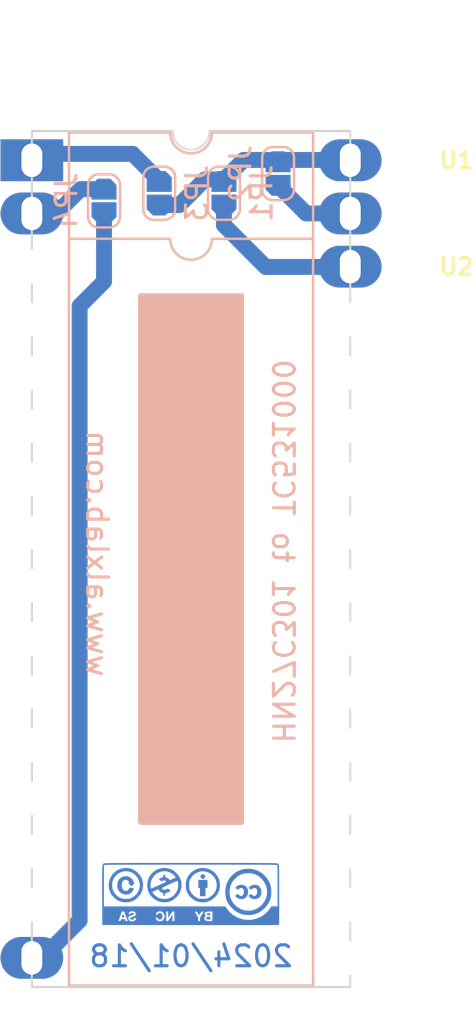
<source format=kicad_pcb>
(kicad_pcb (version 20221018) (generator pcbnew)
  (layers (0 "F.Cu" signal) (31 "B.Cu" signal) (34 "B.Paste" user) (35 "F.Paste" user) (36 "B.SilkS" user "B.Silkscreen") (37 "F.SilkS" user "F.Silkscreen") (38 "B.Mask" user) (39 "F.Mask" user) (44 "Edge.Cuts" user))
  (net 0 "")
  (net 1 "Net-(JP1-A)")
  (net 2 "VCC")
  (net 3 "Net-(JP2-B)")
  (net 4 "Net-(JP3-B)")
  (net 5 "Net-(JP4-A)")
  (net 6 "GND")
  (footprint "alxlab:HN27C301-to-TC531000_DIP-32_W15.24mm_LongPads" (layer "F.Cu") (at 132.588 75.311)
    (fp_text reference "U1" (at 20.32 0) (layer "F.SilkS") (effects (font (size 0.8 0.8))))
    (fp_text value "HN27C301")
    (fp_line (start 1.778 -1.33) (end 1.778 39.43) (stroke (width 0.12)) (layer "B.SilkS"))
    (fp_line (start 1.778 39.43) (end 13.462 39.43) (stroke (width 0.12)) (layer "B.SilkS"))
    (fp_line (start 6.62 -1.33) (end 1.778 -1.33) (stroke (width 0.12)) (layer "B.SilkS"))
    (fp_line (start 13.462 -1.33) (end 8.62 -1.33) (stroke (width 0.12)) (layer "B.SilkS"))
    (fp_line (start 13.462 39.43) (end 13.462 -1.33) (stroke (width 0.12)) (layer "B.SilkS"))
    (fp_arc (start 8.62 -1.33) (mid 7.62 -0.33) (end 6.62 -1.33) (stroke (width 0.12)) (layer "B.SilkS"))
    (pad "1" thru_hole rect (at 0 0) (size 3 2) (drill oval 1 1.6) (layers "*.Cu" "*.Mask") (net 4 "Net-(JP3-B)"))
    (pad "2" thru_hole oval (at 0 2.54) (size 3 2) (drill oval 1 1.6) (layers "*.Cu" "*.Mask") (net 5 "Net-(JP4-A)"))
    (pad "31" thru_hole oval (at 15.24 2.54) (size 3 2) (drill oval 1 1.6) (layers "*.Cu" "*.Mask") (net 3 "Net-(JP2-B)"))
    (pad "32" thru_hole oval (at 15.24 0) (size 3 2) (drill oval 1 1.6) (layers "*.Cu" "*.Mask") (net 2 "VCC"))
  )
  (footprint "alxlab:cc_by_nc_sa_front_silk_screen" (layer "F.Cu") (at 140.208 110.363)
    (fp_text reference "G***" hide)
    (fp_text value "LOGO" hide)
    (fp_poly (pts (xy 0.783302 1.094047) (xy 0.744868 1.115907) (xy 0.730096 1.151219) (xy 0.729979 1.155297) (xy 0.73926 1.186906) (xy 0.76894 1.205737) (xy 0.821775 1.213266) (xy 0.838635 1.213556) (xy 0.913423 1.213556) (xy 0.913423 1.086556) (xy 0.843876 1.086556) (xy 0.783302 1.094047)) (stroke (width 0.01)) (fill solid) (layer "B.Cu"))
    (fp_poly (pts (xy 0.83934 0.920013) (xy 0.796254 0.923414) (xy 0.774275 0.930143) (xy 0.766308 0.944662) (xy 0.765257 0.966611) (xy 0.766868 0.991325) (xy 0.776429 1.004435) (xy 0.801035 1.010404) (xy 0.83934 1.01321) (xy 0.913423 1.017475) (xy 0.913423 0.915748) (xy 0.83934 0.920013)) (stroke (width 0.01)) (fill solid) (layer "B.Cu"))
    (fp_poly (pts (xy -3.271649 0.993716) (xy -3.282685 1.023748) (xy -3.295982 1.064899) (xy -3.304338 1.094848) (xy -3.305799 1.103181) (xy -3.293283 1.110478) (xy -3.262059 1.114503) (xy -3.24998 1.114778) (xy -3.194162 1.114778) (xy -3.214205 1.05797) (xy -3.233946 1.004913) (xy -3.248237 0.97745) (xy -3.259872 0.974184) (xy -3.271649 0.993716)) (stroke (width 0.01)) (fill solid) (layer "B.Cu"))
    (fp_poly (pts (xy 0.514009 -0.934167) (xy 0.476398 -0.904783) (xy 0.455336 -0.863967) (xy 0.454167 -0.818391) (xy 0.476232 -0.77473) (xy 0.478203 -0.772498) (xy 0.521553 -0.736928) (xy 0.56638 -0.727687) (xy 0.611451 -0.739932) (xy 0.651794 -0.769725) (xy 0.671645 -0.810339) (xy 0.672548 -0.854967) (xy 0.656047 -0.8968) (xy 0.623687 -0.929028) (xy 0.577013 -0.944844) (xy 0.564827 -0.945444) (xy 0.514009 -0.934167)) (stroke (width 0.01)) (fill solid) (layer "B.Cu"))
    (fp_poly (pts (xy 0.551652 -0.674214) (xy 0.356035 -0.670278) (xy 0.352097 -0.483305) (xy 0.34816 -0.296333) (xy 0.433646 -0.296333) (xy 0.433646 0.098778) (xy 0.687646 0.098778) (xy 0.687646 -0.296333) (xy 0.786423 -0.296333) (xy 0.786423 -0.470994) (xy 0.785557 -0.550553) (xy 0.782691 -0.605855) (xy 0.777422 -0.640821) (xy 0.769349 -0.659372) (xy 0.766846 -0.661903) (xy 0.743167 -0.669354) (xy 0.693365 -0.673706) (xy 0.61671 -0.675001) (xy 0.551652 -0.674214)) (stroke (width 0.01)) (fill solid) (layer "B.Cu"))
    (fp_poly (pts (xy 2.346424 -0.434383) (xy 2.263507 -0.412317) (xy 2.192905 -0.371679) (xy 2.176756 -0.357429) (xy 2.147789 -0.326821) (xy 2.129841 -0.303092) (xy 2.126979 -0.295924) (xy 2.138525 -0.282669) (xy 2.168154 -0.262836) (xy 2.1935 -0.248956) (xy 2.260021 -0.215149) (xy 2.297939 -0.255741) (xy 2.345394 -0.287408) (xy 2.402822 -0.297585) (xy 2.460296 -0.284789) (xy 2.467768 -0.281086) (xy 2.499672 -0.249492) (xy 2.522099 -0.198695) (xy 2.533898 -0.136461) (xy 2.533919 -0.070553) (xy 2.521014 -0.008735) (xy 2.511485 0.014095) (xy 2.474649 0.061674) (xy 2.426111 0.088973) (xy 2.372721 0.095141) (xy 2.321328 0.079329) (xy 2.28029 0.042767) (xy 2.250274 0.002167) (xy 2.188626 0.032118) (xy 2.148355 0.053465) (xy 2.130947 0.071082) (xy 2.133267 0.092216) (xy 2.150148 0.121019) (xy 2.196183 0.168044) (xy 2.261457 0.204372) (xy 2.33836 0.228004) (xy 2.41928 0.23694) (xy 2.496608 0.229181) (xy 2.527209 0.220085) (xy 2.604993 0.176975) (xy 2.664445 0.1135) (xy 2.704283 0.031783) (xy 2.723227 -0.066054) (xy 2.72468 -0.107222) (xy 2.715201 -0.205642) (xy 2.686643 -0.285361) (xy 2.637374 -0.349865) (xy 2.594812 -0.384363) (xy 2.519503 -0.420885) (xy 2.434232 -0.437398) (xy 2.346424 -0.434383)) (stroke (width 0.01)) (fill solid) (layer "B.Cu"))
    (fp_poly (pts (xy 2.955837 -0.430169) (xy 2.923701 -0.42315) (xy 2.888595 -0.406461) (xy 2.84771 -0.379884) (xy 2.808252 -0.34913) (xy 2.777428 -0.319909) (xy 2.762442 -0.297935) (xy 2.761979 -0.294962) (xy 2.773512 -0.282257) (xy 2.803109 -0.262789) (xy 2.8285 -0.248956) (xy 2.895021 -0.215149) (xy 2.932939 -0.255741) (xy 2.980828 -0.289187) (xy 3.034427 -0.299073) (xy 3.086536 -0.286643) (xy 3.129955 -0.25314) (xy 3.151229 -0.218039) (xy 3.169042 -0.149953) (xy 3.169837 -0.079033) (xy 3.155265 -0.012355) (xy 3.126974 0.043006) (xy 3.086611 0.079973) (xy 3.081128 0.082793) (xy 3.030951 0.092871) (xy 2.976361 0.083359) (xy 2.929011 0.057464) (xy 2.908949 0.035432) (xy 2.886699 0.001475) (xy 2.824339 0.031771) (xy 2.788162 0.052275) (xy 2.76566 0.070663) (xy 2.761979 0.077744) (xy 2.772356 0.09947) (xy 2.798837 0.130614) (xy 2.834447 0.16435) (xy 2.872212 0.193852) (xy 2.894539 0.207487) (xy 2.946536 0.224633) (xy 3.013551 0.233858) (xy 3.083335 0.234521) (xy 3.143641 0.225983) (xy 3.158712 0.221287) (xy 3.241355 0.178906) (xy 3.301669 0.121147) (xy 3.340711 0.046342) (xy 3.359536 -0.047174) (xy 3.361701 -0.099154) (xy 3.351821 -0.20086) (xy 3.321371 -0.284673) (xy 3.26914 -0.353235) (xy 3.230358 -0.385642) (xy 3.190232 -0.411115) (xy 3.150947 -0.425689) (xy 3.100536 -0.433115) (xy 3.072896 -0.435021) (xy 3.012111 -0.435289) (xy 2.955837 -0.430169)) (stroke (width 0.01)) (fill solid) (layer "B.Cu"))
    (fp_poly (pts (xy -3.230489 -0.83582) (xy -3.325989 -0.799392) (xy -3.405972 -0.739591) (xy -3.469577 -0.656959) (xy -3.492003 -0.613833) (xy -3.514109 -0.542928) (xy -3.525169 -0.457479) (xy -3.525108 -0.367908) (xy -3.513854 -0.284634) (xy -3.494736 -0.225061) (xy -3.437879 -0.133601) (xy -3.36267 -0.061429) (xy -3.273075 -0.010562) (xy -3.173065 0.016983) (xy -3.066606 0.019188) (xy -3.026176 0.013138) (xy -2.937923 -0.018059) (xy -2.861072 -0.072496) (xy -2.800799 -0.145889) (xy -2.77611 -0.193927) (xy -2.757783 -0.243163) (xy -2.755311 -0.27352) (xy -2.772033 -0.289489) (xy -2.811286 -0.295563) (xy -2.852202 -0.296333) (xy -2.903274 -0.295833) (xy -2.933173 -0.292427) (xy -2.948944 -0.283254) (xy -2.957636 -0.265455) (xy -2.961679 -0.251908) (xy -2.990229 -0.199241) (xy -3.039102 -0.164812) (xy -3.105839 -0.1502) (xy -3.120634 -0.149795) (xy -3.19356 -0.16078) (xy -3.249708 -0.193925) (xy -3.289286 -0.249515) (xy -3.312506 -0.327836) (xy -3.3196 -0.420259) (xy -3.313927 -0.509557) (xy -3.295303 -0.577697) (xy -3.262236 -0.629309) (xy -3.247645 -0.643731) (xy -3.191953 -0.67588) (xy -3.128303 -0.685209) (xy -3.064317 -0.672432) (xy -3.007615 -0.638262) (xy -2.989329 -0.61954) (xy -2.960734 -0.578248) (xy -2.955223 -0.550445) (xy -2.972858 -0.537212) (xy -2.984618 -0.536222) (xy -2.997646 -0.533647) (xy -2.997051 -0.523528) (xy -2.980644 -0.502272) (xy -2.946234 -0.466288) (xy -2.935229 -0.455237) (xy -2.854243 -0.374251) (xy -2.773258 -0.455237) (xy -2.734173 -0.495527) (xy -2.713909 -0.520227) (xy -2.710351 -0.532677) (xy -2.721387 -0.536218) (xy -2.722035 -0.536222) (xy -2.743103 -0.542797) (xy -2.758674 -0.566657) (xy -2.769447 -0.59926) (xy -2.807932 -0.688841) (xy -2.866882 -0.760085) (xy -2.944029 -0.811384) (xy -3.03711 -0.841129) (xy -3.120335 -0.84833) (xy -3.230489 -0.83582)) (stroke (width 0.01)) (fill solid) (layer "B.Cu"))
    (fp_poly (pts (xy -3.161643 -1.238197) (xy -3.290594 -1.223405) (xy -3.404156 -1.192699) (xy -3.511958 -1.143233) (xy -3.5426 -1.125526) (xy -3.660459 -1.038881) (xy -3.758516 -0.934727) (xy -3.835938 -0.81645) (xy -3.891896 -0.687434) (xy -3.925556 -0.551066) (xy -3.936087 -0.410731) (xy -3.922659 -0.269815) (xy -3.884439 -0.131703) (xy -3.820596 0.000219) (xy -3.819523 0.001994) (xy -3.768571 0.071969) (xy -3.700346 0.146056) (xy -3.623113 0.216353) (xy -3.545139 0.27496) (xy -3.51338 0.294634) (xy -3.394411 0.347682) (xy -3.26209 0.380484) (xy -3.123585 0.392173) (xy -2.986063 0.381879) (xy -2.915584 0.367097) (xy -2.818886 0.337076) (xy -2.735893 0.299527) (xy -2.658634 0.249694) (xy -2.579136 0.182821) (xy -2.53398 0.139451) (xy -2.438938 0.026991) (xy -2.369363 -0.09684) (xy -2.324874 -0.232993) (xy -2.305088 -0.382419) (xy -2.30391 -0.431867) (xy -2.303942 -0.43229) (xy -2.448565 -0.43229) (xy -2.457717 -0.310927) (xy -2.489167 -0.1936) (xy -2.542187 -0.083336) (xy -2.616047 0.016838) (xy -2.710018 0.103894) (xy -2.823369 0.174805) (xy -2.917559 0.214506) (xy -2.989366 0.230893) (xy -3.077517 0.238392) (xy -3.171536 0.23691) (xy -3.260947 0.22635) (xy -3.299306 0.217989) (xy -3.383826 0.189626) (xy -3.461235 0.148613) (xy -3.539917 0.090077) (xy -3.580116 0.054766) (xy -3.669564 -0.044444) (xy -3.733451 -0.155408) (xy -3.771989 -0.278623) (xy -3.785393 -0.414585) (xy -3.785409 -0.421063) (xy -3.774359 -0.555826) (xy -3.740514 -0.676172) (xy -3.68217 -0.786166) (xy -3.597619 -0.889874) (xy -3.582039 -0.905666) (xy -3.478105 -0.989997) (xy -3.363511 -1.049993) (xy -3.241839 -1.085685) (xy -3.116669 -1.097104) (xy -2.991583 -1.084283) (xy -2.870161 -1.047251) (xy -2.755985 -0.98604) (xy -2.652635 -0.900682) (xy -2.649546 -0.897551) (xy -2.562204 -0.790319) (xy -2.500079 -0.675013) (xy -2.462443 -0.554661) (xy -2.448565 -0.43229) (xy -2.303942 -0.43229) (xy -2.314897 -0.576195) (xy -2.348844 -0.707659) (xy -2.40723 -0.829725) (xy -2.491531 -0.945858) (xy -2.550187 -1.009167) (xy -2.66162 -1.104925) (xy -2.77976 -1.174367) (xy -2.9074 -1.218538) (xy -3.047332 -1.238484) (xy -3.161643 -1.238197)) (stroke (width 0.01)) (fill solid) (layer "B.Cu"))
    (fp_poly (pts (xy 0.364369 -1.217938) (xy 0.230109 -1.172392) (xy 0.105583 -1.103776) (xy -0.006174 -1.012874) (xy -0.102129 -0.900469) (xy -0.114743 -0.882143) (xy -0.176838 -0.776504) (xy -0.21832 -0.672801) (xy -0.241778 -0.562243) (xy -0.249803 -0.436036) (xy -0.249856 -0.423333) (xy -0.241888 -0.287254) (xy -0.216794 -0.168243) (xy -0.17279 -0.059679) (xy -0.133708 0.007642) (xy -0.071658 0.088695) (xy 0.007302 0.170339) (xy 0.093569 0.243495) (xy 0.170319 0.295034) (xy 0.282814 0.345239) (xy 0.41046 0.377999) (xy 0.545294 0.392064) (xy 0.679353 0.386181) (xy 0.715868 0.380754) (xy 0.845247 0.344486) (xy 0.968798 0.283576) (xy 1.082787 0.201526) (xy 1.183481 0.10184) (xy 1.267143 -0.011981) (xy 1.330041 -0.136434) (xy 1.358077 -0.221589) (xy 1.372092 -0.30243) (xy 1.378043 -0.398398) (xy 1.3777 -0.414661) (xy 1.233396 -0.414661) (xy 1.220691 -0.290517) (xy 1.187353 -0.174009) (xy 1.154799 -0.105833) (xy 1.094461 -0.020522) (xy 1.016069 0.060483) (xy 0.92651 0.131753) (xy 0.832669 0.187858) (xy 0.741432 0.223366) (xy 0.735373 0.224927) (xy 0.697822 0.230424) (xy 0.641089 0.234217) (xy 0.574188 0.235836) (xy 0.531413 0.23554) (xy 0.462508 0.233544) (xy 0.412704 0.229498) (xy 0.372879 0.221427) (xy 0.333913 0.207358) (xy 0.286682 0.185316) (xy 0.276733 0.180416) (xy 0.168932 0.112994) (xy 0.071491 0.024702) (xy -0.008955 -0.077732) (xy -0.049991 -0.150818) (xy -0.069054 -0.192473) (xy -0.081888 -0.226968) (xy -0.089722 -0.261658) (xy -0.093786 -0.303899) (xy -0.095308 -0.361046) (xy -0.095521 -0.423333) (xy -0.095231 -0.497305) (xy -0.093453 -0.550575) (xy -0.088827 -0.590665) (xy -0.079994 -0.625094) (xy -0.065594 -0.661382) (xy -0.044265 -0.707052) (xy -0.044176 -0.707239) (xy 0.024967 -0.821779) (xy 0.111954 -0.917406) (xy 0.213344 -0.99323) (xy 0.325696 -1.048364) (xy 0.44557 -1.081918) (xy 0.569523 -1.093004) (xy 0.694115 -1.080733) (xy 0.815906 -1.044217) (xy 0.931454 -0.982567) (xy 0.955793 -0.965471) (xy 1.037375 -0.893285) (xy 1.111147 -0.805325) (xy 1.169806 -0.711067) (xy 1.194699 -0.655456) (xy 1.224916 -0.538841) (xy 1.233396 -0.414661) (xy 1.3777 -0.414661) (xy 1.375948 -0.497582) (xy 1.365821 -0.588067) (xy 1.357523 -0.627206) (xy 1.313738 -0.748428) (xy 1.24858 -0.865658) (xy 1.166522 -0.973278) (xy 1.07204 -1.065673) (xy 0.969608 -1.137225) (xy 0.938043 -1.153764) (xy 0.795199 -1.208327) (xy 0.649949 -1.236688) (xy 0.505327 -1.239631) (xy 0.364369 -1.217938)) (stroke (width 0.01)) (fill solid) (layer "B.Cu"))
    (fp_poly (pts (xy 2.62906 -1.197405) (xy 2.513365 -1.182743) (xy 2.405397 -1.15577) (xy 2.325578 -1.127211) (xy 2.171756 -1.051252) (xy 2.034533 -0.953945) (xy 1.91537 -0.83776) (xy 1.815727 -0.705168) (xy 1.737065 -0.558638) (xy 1.680845 -0.400641) (xy 1.648528 -0.233647) (xy 1.641574 -0.060127) (xy 1.647176 0.020072) (xy 1.670329 0.168685) (xy 1.70846 0.299788) (xy 1.764484 0.41936) (xy 1.841314 0.53338) (xy 1.941865 0.647829) (xy 1.964054 0.670278) (xy 2.07155 0.76877) (xy 2.175842 0.845252) (xy 2.283953 0.904016) (xy 2.402903 0.949356) (xy 2.437423 0.959749) (xy 2.527094 0.978971) (xy 2.632868 0.991498) (xy 2.744532 0.996909) (xy 2.851873 0.994778) (xy 2.944678 0.984685) (xy 2.961562 0.981472) (xy 3.119067 0.936557) (xy 3.263154 0.869532) (xy 3.397711 0.778265) (xy 3.503109 0.684389) (xy 3.619269 0.5565) (xy 3.709013 0.427051) (xy 3.77404 0.292017) (xy 3.81605 0.147374) (xy 3.836741 -0.010904) (xy 3.839635 -0.112889) (xy 3.838849 -0.123213) (xy 3.646552 -0.123213) (xy 3.636378 0.028989) (xy 3.598511 0.182367) (xy 3.594701 0.193419) (xy 3.533178 0.327483) (xy 3.448263 0.451295) (xy 3.343832 0.561542) (xy 3.223763 0.654914) (xy 3.091935 0.728098) (xy 2.952224 0.777781) (xy 2.896035 0.790146) (xy 2.826623 0.797231) (xy 2.740841 0.798013) (xy 2.649686 0.793093) (xy 2.564153 0.783072) (xy 2.495236 0.768553) (xy 2.493868 0.768151) (xy 2.368005 0.71867) (xy 2.24424 0.647114) (xy 2.131632 0.558757) (xy 2.127197 0.554679) (xy 2.019092 0.439647) (xy 1.93771 0.31834) (xy 1.881755 0.187866) (xy 1.849933 0.04533) (xy 1.840914 -0.084666) (xy 1.843204 -0.192603) (xy 1.854021 -0.283816) (xy 1.875711 -0.369123) (xy 1.910621 -0.459337) (xy 1.932595 -0.507207) (xy 1.965749 -0.571346) (xy 2.001015 -0.625609) (xy 2.045112 -0.679132) (xy 2.104012 -0.740309) (xy 2.221433 -0.842306) (xy 2.343223 -0.917748) (xy 2.47342 -0.9683) (xy 2.61606 -0.995626) (xy 2.738212 -1.001889) (xy 2.899622 -0.990087) (xy 3.045993 -0.954561) (xy 3.177847 -0.895132) (xy 3.295708 -0.811618) (xy 3.299112 -0.808671) (xy 3.420081 -0.687167) (xy 3.515798 -0.556215) (xy 3.585774 -0.417469) (xy 3.629521 -0.272584) (xy 3.646552 -0.123213) (xy 3.838849 -0.123213) (xy 3.82628 -0.288167) (xy 3.787334 -0.452084) (xy 3.722198 -0.606285) (xy 3.630273 -0.752414) (xy 3.586402 -0.80833) (xy 3.462865 -0.936565) (xy 3.326017 -1.040104) (xy 3.176823 -1.118489) (xy 3.016245 -1.171261) (xy 2.845247 -1.197961) (xy 2.761979 -1.20137) (xy 2.62906 -1.197405)) (stroke (width 0.01)) (fill solid) (layer "B.Cu"))
    (fp_poly (pts (xy -1.461728 -1.221704) (xy -1.596593 -1.181143) (xy -1.680942 -1.140738) (xy -1.754163 -1.090835) (xy -1.830521 -1.024341) (xy -1.902857 -0.948705) (xy -1.964013 -0.871379) (xy -2.005224 -0.803168) (xy -2.059523 -0.661225) (xy -2.088375 -0.513563) (xy -2.091739 -0.364416) (xy -2.069572 -0.218015) (xy -2.021834 -0.07859) (xy -2.012554 -0.058724) (xy -1.948269 0.045847) (xy -1.861963 0.144624) (xy -1.759835 0.2323) (xy -1.648082 0.303569) (xy -1.532902 0.353125) (xy -1.530705 0.353827) (xy -1.435401 0.375908) (xy -1.327085 0.387921) (xy -1.217525 0.389304) (xy -1.118488 0.379496) (xy -1.094245 0.374667) (xy -0.966085 0.331823) (xy -0.843433 0.264709) (xy -0.731162 0.177271) (xy -0.634149 0.073454) (xy -0.557267 -0.042796) (xy -0.542414 -0.071978) (xy -0.486827 -0.216826) (xy -0.459453 -0.361154) (xy -0.459981 -0.452052) (xy -0.611769 -0.452052) (xy -0.614272 -0.366158) (xy -0.623986 -0.284313) (xy -0.637311 -0.227061) (xy -0.688577 -0.108214) (xy -0.763145 -0.000183) (xy -0.856885 0.092847) (xy -0.965668 0.166697) (xy -1.071727 0.212881) (xy -1.158041 0.231931) (xy -1.257307 0.239031) (xy -1.359704 0.234602) (xy -1.455411 0.219068) (xy -1.534308 0.192989) (xy -1.594484 0.161184) (xy -1.657829 0.121731) (xy -1.691678 0.097543) (xy -1.735635 0.060043) (xy -1.778346 0.017536) (xy -1.81562 -0.024939) (xy -1.843266 -0.06234) (xy -1.857093 -0.089627) (xy -1.856104 -0.100215) (xy -1.839453 -0.109823) (xy -1.802661 -0.127884) (xy -1.75149 -0.151645) (xy -1.7025 -0.173603) (xy -1.559701 -0.236644) (xy -1.537591 -0.19028) (xy -1.499451 -0.137322) (xy -1.444246 -0.092848) (xy -1.383132 -0.065587) (xy -1.376104 -0.063924) (xy -1.347605 -0.055709) (xy -1.334294 -0.041163) (xy -1.33043 -0.01126) (xy -1.330243 0.008177) (xy -1.328957 0.04678) (xy -1.321603 0.064897) (xy -1.30294 0.070251) (xy -1.28791 0.070556) (xy -1.261609 0.068626) (xy -1.249336 0.057659) (xy -1.245765 0.029893) (xy -1.245577 0.008859) (xy -1.244296 -0.029644) (xy -1.235469 -0.048919) (xy -1.211619 -0.057956) (xy -1.186407 -0.062299) (xy -1.138373 -0.075058) (xy -1.083569 -0.096712) (xy -1.058709 -0.109058) (xy -0.990181 -0.146356) (xy -1.103541 -0.259716) (xy -1.158841 -0.228636) (xy -1.212532 -0.207248) (xy -1.270313 -0.19793) (xy -1.322974 -0.201043) (xy -1.361302 -0.21695) (xy -1.365279 -0.220496) (xy -1.381417 -0.251635) (xy -1.383926 -0.280156) (xy -1.380819 -0.291737) (xy -1.372441 -0.303487) (xy -1.356 -0.316919) (xy -1.3287 -0.333546) (xy -1.28775 -0.354882) (xy -1.230353 -0.382442) (xy -1.153717 -0.417738) (xy -1.055048 -0.462284) (xy -1.012743 -0.481258) (xy -0.645854 -0.645642) (xy -0.6293 -0.59446) (xy -0.616702 -0.531613) (xy -0.611769 -0.452052) (xy -0.459981 -0.452052) (xy -0.460291 -0.505183) (xy -0.489341 -0.649135) (xy -0.542367 -0.784567) (xy -0.548228 -0.794354) (xy -0.723485 -0.794354) (xy -0.735624 -0.784602) (xy -0.768633 -0.766396) (xy -0.817428 -0.742365) (xy -0.875114 -0.715941) (xy -0.946958 -0.685369) (xy -0.995911 -0.667681) (xy -1.023877 -0.66228) (xy -1.032467 -0.666552) (xy -1.052529 -0.697414) (xy -1.089422 -0.731957) (xy -1.133937 -0.76299) (xy -1.176861 -0.783323) (xy -1.184962 -0.785596) (xy -1.219024 -0.795829) (xy -1.235305 -0.811602) (xy -1.241637 -0.842668) (xy -1.24286 -0.857706) (xy -1.247282 -0.895231) (xy -1.25725 -0.912402) (xy -1.278822 -0.917079) (xy -1.288721 -0.917222) (xy -1.31453 -0.915217) (xy -1.32657 -0.90403) (xy -1.330065 -0.875901) (xy -1.330243 -0.855568) (xy -1.331725 -0.816954) (xy -1.340291 -0.797712) (xy -1.362123 -0.78901) (xy -1.378911 -0.786017) (xy -1.41901 -0.776154) (xy -1.462158 -0.760641) (xy -1.499878 -0.74319) (xy -1.523694 -0.727512) (xy -1.527799 -0.720827) (xy -1.518512 -0.706072) (xy -1.494964 -0.679754) (xy -1.480097 -0.664858) (xy -1.432396 -0.618624) (xy -1.364904 -0.641538) (xy -1.312752 -0.65436) (xy -1.267421 -0.657072) (xy -1.257266 -0.655635) (xy -1.226249 -0.641298) (xy -1.202096 -0.617912) (xy -1.191575 -0.593698) (xy -1.195735 -0.580875) (xy -1.21093 -0.572384) (xy -1.247867 -0.554383) (xy -1.302449 -0.528718) (xy -1.370582 -0.497233) (xy -1.448169 -0.461774) (xy -1.531115 -0.424186) (xy -1.615324 -0.386313) (xy -1.6967 -0.350002) (xy -1.771149 -0.317097) (xy -1.834573 -0.289444) (xy -1.882878 -0.268887) (xy -1.911968 -0.257272) (xy -1.918259 -0.255366) (xy -1.929092 -0.267916) (xy -1.938786 -0.304792) (xy -1.944771 -0.347343) (xy -1.94582 -0.484663) (xy -1.919747 -0.616257) (xy -1.867478 -0.739518) (xy -1.789938 -0.851842) (xy -1.749896 -0.895293) (xy -1.656062 -0.976476) (xy -1.557843 -1.034245) (xy -1.446961 -1.073142) (xy -1.409634 -1.081884) (xy -1.282309 -1.095423) (xy -1.153944 -1.084037) (xy -1.030984 -1.048955) (xy -0.919872 -0.991406) (xy -0.913965 -0.987431) (xy -0.879978 -0.961004) (xy -0.839632 -0.924976) (xy -0.798372 -0.884868) (xy -0.761644 -0.846197) (xy -0.734892 -0.814485) (xy -0.723563 -0.79525) (xy -0.723485 -0.794354) (xy -0.548228 -0.794354) (xy -0.589463 -0.8632) (xy -0.654404 -0.94585) (xy -0.730295 -1.025433) (xy -0.810243 -1.094861) (xy -0.887354 -1.147048) (xy -0.903237 -1.155503) (xy -1.034471 -1.206533) (xy -1.175045 -1.234506) (xy -1.319338 -1.239527) (xy -1.461728 -1.221704)) (stroke (width 0.01)) (fill solid) (layer "B.Cu"))
    (fp_poly (pts (xy -0.404334 -1.48423) (xy -0.69952 -1.484015) (xy -0.991572 -1.483693) (xy -1.279128 -1.483264) (xy -1.560824 -1.482727) (xy -1.835297 -1.482084) (xy -2.101184 -1.481334) (xy -2.357121 -1.480477) (xy -2.601745 -1.479513) (xy -2.833692 -1.478443) (xy -3.0516 -1.477266) (xy -3.254106 -1.475982) (xy -3.439845 -1.474593) (xy -3.607455 -1.473097) (xy -3.755572 -1.471495) (xy -3.882834 -1.469787) (xy -3.987876 -1.467973) (xy -4.069336 -1.466053) (xy -4.12585 -1.464028) (xy -4.156055 -1.461897) (xy -4.160482 -1.461008) (xy -4.175004 -1.455317) (xy -4.187897 -1.450006) (xy -4.199255 -1.443458) (xy -4.20917 -1.434053) (xy -4.217733 -1.420173) (xy -4.225038 -1.4002) (xy -4.231178 -1.372515) (xy -4.236244 -1.335501) (xy -4.240329 -1.287538) (xy -4.243525 -1.227009) (xy -4.245926 -1.152294) (xy -4.247623 -1.061776) (xy -4.248709 -0.953836) (xy -4.249277 -0.826855) (xy -4.249419 -0.679216) (xy -4.249227 -0.5093) (xy -4.248794 -0.315488) (xy -4.248212 -0.096162) (xy -4.247784 0.066738) (xy -4.244188 1.474611) (xy -0.023813 1.478162) (xy 0.319541 1.47842) (xy 0.655587 1.478611) (xy 0.98323 1.478736) (xy 1.301374 1.478798) (xy 1.608924 1.478798) (xy 1.904785 1.478736) (xy 2.187859 1.478616) (xy 2.457053 1.478438) (xy 2.711269 1.478203) (xy 2.949413 1.477914) (xy 3.170389 1.477572) (xy 3.3731 1.477178) (xy 3.556452 1.476734) (xy 3.719349 1.476241) (xy 3.860695 1.475702) (xy 3.979394 1.475117) (xy 4.074352 1.474488) (xy 4.144471 1.473816) (xy 4.188656 1.473103) (xy 4.205813 1.472351) (xy 4.205993 1.472283) (xy 4.207311 1.457148) (xy 4.208574 1.415699) (xy 4.20977 1.349842) (xy 4.210886 1.261485) (xy 4.211909 1.152534) (xy 4.212826 1.024897) (xy 4.213626 0.880481) (xy 4.214294 0.721193) (xy 4.21482 0.548941) (xy 4.215189 0.365631) (xy 4.21539 0.173172) (xy 4.215423 0.053392) (xy 4.215452 -0.182988) (xy 4.215475 -0.39277) (xy 4.215472 -0.401697) (xy 4.144868 -0.401697) (xy 4.144868 0.592667) (xy 3.840624 0.592667) (xy 3.770496 0.700069) (xy 3.670755 0.828635) (xy 3.549159 0.945111) (xy 3.410721 1.046048) (xy 3.260453 1.127995) (xy 3.103367 1.187502) (xy 3.037146 1.204842) (xy 2.971963 1.219353) (xy 2.922214 1.229062) (xy 2.879315 1.23473) (xy 2.834686 1.237118) (xy 2.779745 1.236987) (xy 2.705908 1.235099) (xy 2.698479 1.234882) (xy 2.603313 1.230145) (xy 2.525117 1.221182) (xy 2.452765 1.206419) (xy 2.405016 1.193386) (xy 2.2291 1.128057) (xy 2.066784 1.040394) (xy 1.920786 0.932358) (xy 1.820578 0.832556) (xy 1.026312 0.832556) (xy 1.026312 1.055982) (xy 1.025746 1.132692) (xy 1.024184 1.199253) (xy 1.021827 1.250648) (xy 1.018879 1.281858) (xy 1.016905 1.288815) (xy 0.996288 1.295062) (xy 0.955207 1.298248) (xy 0.901224 1.298634) (xy 0.8419 1.296478) (xy 0.784799 1.292041) (xy 0.737481 1.285583) (xy 0.709495 1.27825) (xy 0.662286 1.248204) (xy 0.637295 1.204364) (xy 0.631201 1.153443) (xy 0.643527 1.101397) (xy 0.665655 1.073219) (xy 0.700109 1.040851) (xy 0.671239 1.001801) (xy 0.6508 0.961636) (xy 0.652013 0.918838) (xy 0.663607 0.884217) (xy 0.683617 0.86004) (xy 0.71652 0.844568) (xy 0.7497 0.838955) (xy 0.602979 0.838955) (xy 0.596111 0.852841) (xy 0.577441 0.885798) (xy 0.549869 0.932806) (xy 0.518312 0.985507) (xy 0.481507 1.047472) (xy 0.457235 1.092522) (xy 0.44291 1.127574) (xy 0.435948 1.159543) (xy 0.433762 1.195345) (xy 0.433646 1.211941) (xy 0.433646 1.298222) (xy 0.334868 1.298222) (xy 0.334868 1.206996) (xy 0.333915 1.164706) (xy 0.32927 1.130632) (xy 0.318255 1.097261) (xy 0.298193 1.057077) (xy 0.266405 1.002567) (xy 0.255663 0.984746) (xy 0.222815 0.930394) (xy 0.195381 0.884971) (xy 0.17665 0.853927) (xy 0.170163 0.843139) (xy 0.178557 0.836631) (xy 0.207127 0.832901) (xy 0.221494 0.832556) (xy -0.794021 0.832556) (xy -0.794021 1.298222) (xy -0.892799 1.298222) (xy -0.892799 1.147234) (xy -0.893691 1.076976) (xy -0.896539 1.032633) (xy -0.901597 1.011949) (xy -0.908163 1.011609) (xy -0.92152 1.029431) (xy -0.945742 1.065737) (xy -0.977116 1.114848) (xy -1.004581 1.15907) (xy -1.040841 1.217258) (xy -1.067041 1.25552) (xy -1.087448 1.278242) (xy -1.106332 1.289812) (xy -1.127962 1.294616) (xy -1.137383 1.295546) (xy -1.189132 1.299926) (xy -1.189132 1.064492) (xy -1.262715 1.064492) (xy -1.272701 1.138925) (xy -1.299908 1.197254) (xy -1.344534 1.250144) (xy -1.397906 1.288329) (xy -1.421521 1.297961) (xy -1.477841 1.305613) (xy -1.540607 1.300177) (xy -1.595593 1.283346) (xy -1.609611 1.275576) (xy -1.642037 1.245691) (xy -1.671973 1.204371) (xy -1.692329 1.162652) (xy -1.694313 1.152967) (xy -2.622503 1.152967) (xy -2.625965 1.176439) (xy -2.629285 1.188192) (xy -2.648094 1.23365) (xy -2.678074 1.264468) (xy -2.727181 1.288365) (xy -2.735753 1.291497) (xy -2.791819 1.30768) (xy -2.839617 1.309936) (xy -2.895072 1.298863) (xy -2.897407 1.298222) (xy -3.023988 1.298222) (xy -3.077392 1.298222) (xy -3.113951 1.295265) (xy -3.134006 1.281065) (xy -3.148655 1.248834) (xy -3.15953 1.221879) (xy -3.172607 1.20711) (xy -3.195743 1.200861) (xy -3.236796 1.199465) (xy -3.254488 1.199445) (xy -3.302731 1.200078) (xy -3.330608 1.204421) (xy -3.345977 1.216141) (xy -3.356695 1.238905) (xy -3.360322 1.248834) (xy -3.375847 1.282065) (xy -3.396671 1.295796) (xy -3.426657 1.298222) (xy -3.459064 1.295511) (xy -3.475131 1.288862) (xy -3.475498 1.287639) (xy -3.470983 1.27149) (xy -3.45825 1.233482) (xy -3.438905 1.178218) (xy -3.414551 1.110298) (xy -3.394359 1.054898) (xy -3.312854 0.83274) (xy -3.25641 0.832815) (xy -3.199965 0.832889) (xy -3.137998 0.998528) (xy -3.11137 1.069495) (xy -3.085654 1.137672) (xy -3.06391 1.194965) (xy -3.050009 1.231195) (xy -3.023988 1.298222) (xy -2.897407 1.298222) (xy -2.899462 1.297658) (xy -2.957322 1.268682) (xy -2.994912 1.221465) (xy -3.00939 1.159703) (xy -3.009465 1.154534) (xy -2.997756 1.099319) (xy -2.962043 1.056751) (xy -2.901452 1.025991) (xy -2.864095 1.015367) (xy -2.802959 0.999195) (xy -2.765434 0.983772) (xy -2.747122 0.966374) (xy -2.743628 0.944275) (xy -2.744026 0.940962) (xy -2.752203 0.920459) (xy -2.774306 0.909978) (xy -2.807552 0.905868) (xy -2.84819 0.905832) (xy -2.87281 0.916307) (xy -2.890314 0.937618) (xy -2.91767 0.964127) (xy -2.949626 0.97545) (xy -2.977863 0.971316) (xy -2.994065 0.951452) (xy -2.995354 0.94105) (xy -2.983154 0.901899) (xy -2.951713 0.863472) (xy -2.90877 0.834775) (xy -2.901358 0.831691) (xy -2.841167 0.81894) (xy -2.777653 0.821773) (xy -2.719202 0.838251) (xy -2.6742 0.866431) (xy -2.657106 0.888219) (xy -2.646969 0.921157) (xy -2.642581 0.963158) (xy -2.642577 0.964429) (xy -2.65582 1.015231) (xy -2.695086 1.05636) (xy -2.759675 1.087226) (xy -2.801603 1.098706) (xy -2.862298 1.116781) (xy -2.897368 1.139021) (xy -2.909319 1.167357) (xy -2.908188 1.180836) (xy -2.890643 1.208329) (xy -2.85686 1.22255) (xy -2.815344 1.223807) (xy -2.774597 1.212407) (xy -2.743123 1.188659) (xy -2.73448 1.174551) (xy -2.717062 1.152118) (xy -2.68568 1.143567) (xy -2.668438 1.143) (xy -2.63454 1.144268) (xy -2.622503 1.152967) (xy -1.694313 1.152967) (xy -1.697079 1.139472) (xy -1.685919 1.120777) (xy -1.659256 1.112991) (xy -1.627469 1.115777) (xy -1.60094 1.128797) (xy -1.591325 1.142917) (xy -1.564994 1.185879) (xy -1.523955 1.209962) (xy -1.475711 1.2137) (xy -1.427767 1.195624) (xy -1.407213 1.178919) (xy -1.386147 1.152333) (xy -1.37569 1.120371) (xy -1.372605 1.072381) (xy -1.372577 1.064945) (xy -1.374673 1.015659) (xy -1.383578 0.982968) (xy -1.403221 0.955393) (xy -1.413824 0.944359) (xy -1.460737 0.910734) (xy -1.506471 0.905279) (xy -1.551642 0.927997) (xy -1.570132 0.945445) (xy -1.6124 0.978528) (xy -1.654356 0.987778) (xy -1.684503 0.9854) (xy -1.693224 0.97426) (xy -1.689558 0.956028) (xy -1.657064 0.89091) (xy -1.605315 0.845894) (xy -1.535945 0.822101) (xy -1.489446 0.818467) (xy -1.415709 0.831261) (xy -1.353197 0.866652) (xy -1.304881 0.920248) (xy -1.27373 0.987658) (xy -1.262715 1.064492) (xy -1.189132 1.064492) (xy -1.189132 0.832556) (xy -1.091342 0.832556) (xy -1.08732 0.975776) (xy -1.083299 1.118995) (xy -0.994216 0.975776) (xy -0.956313 0.915307) (xy -0.929218 0.874823) (xy -0.908884 0.850315) (xy -0.891262 0.837774) (xy -0.872303 0.833191) (xy -0.849578 0.832556) (xy -0.794021 0.832556) (xy 0.221494 0.832556) (xy 0.256556 0.83466) (xy 0.279924 0.845169) (xy 0.300936 0.87038) (xy 0.317576 0.897333) (xy 0.349197 0.950348) (xy 0.370618 0.980568) (xy 0.386944 0.988911) (xy 0.40328 0.976293) (xy 0.424731 0.943632) (xy 0.439478 0.919236) (xy 0.467874 0.874104) (xy 0.488826 0.848164) (xy 0.50893 0.836126) (xy 0.534781 0.8327) (xy 0.547556 0.832556) (xy 0.582541 0.834001) (xy 0.601728 0.837604) (xy 0.602979 0.838955) (xy 0.7497 0.838955) (xy 0.766791 0.836064) (xy 0.838908 0.83279) (xy 0.87423 0.832556) (xy 1.026312 0.832556) (xy 1.820578 0.832556) (xy 1.793825 0.805912) (xy 1.704492 0.687837) (xy 1.641838 0.592667) (xy -4.180688 0.592667) (xy -4.180688 -0.381) (xy -4.18067 -0.570347) (xy -4.180579 -0.733492) (xy -4.180358 -0.872452) (xy -4.179949 -0.989247) (xy -4.179297 -1.085895) (xy -4.178344 -1.164416) (xy -4.177033 -1.22683) (xy -4.175308 -1.275153) (xy -4.173111 -1.311407) (xy -4.170386 -1.337609) (xy -4.167076 -1.355779) (xy -4.163124 -1.367936) (xy -4.158472 -1.376098) (xy -4.153065 -1.382285) (xy -4.152465 -1.382889) (xy -4.149471 -1.385658) (xy -4.145579 -1.388241) (xy -4.139826 -1.390642) (xy -4.131252 -1.392869) (xy -4.118894 -1.394929) (xy -4.101791 -1.396827) (xy -4.07898 -1.398571) (xy -4.049501 -1.400167) (xy -4.012392 -1.401621) (xy -3.966689 -1.40294) (xy -3.911433 -1.404131) (xy -3.845661 -1.405201) (xy -3.768412 -1.406155) (xy -3.678722 -1.407) (xy -3.575632 -1.407744) (xy -3.458179 -1.408392) (xy -3.325401 -1.40895) (xy -3.176337 -1.409427) (xy -3.010025 -1.409828) (xy -2.825502 -1.410159) (xy -2.621808 -1.410428) (xy -2.397981 -1.410641) (xy -2.153058 -1.410804) (xy -1.886079 -1.410925) (xy -1.59608 -1.411008) (xy -1.282102 -1.411062) (xy -0.943181 -1.411093) (xy -0.578356 -1.411107) (xy -0.186665 -1.411111) (xy -0.01791 -1.411111) (xy 0.385085 -1.411109) (xy 0.76082 -1.4111) (xy 1.110256 -1.411077) (xy 1.434355 -1.411034) (xy 1.734079 -1.410963) (xy 2.01039 -1.410858) (xy 2.264248 -1.410714) (xy 2.496617 -1.410522) (xy 2.708458 -1.410277) (xy 2.900732 -1.409972) (xy 3.074402 -1.4096) (xy 3.230429 -1.409156) (xy 3.369774 -1.408631) (xy 3.4934 -1.408021) (xy 3.602269 -1.407317) (xy 3.697342 -1.406514) (xy 3.77958 -1.405606) (xy 3.849947 -1.404585) (xy 3.909402 -1.403444) (xy 3.958909 -1.402178) (xy 3.999429 -1.40078) (xy 4.031924 -1.399243) (xy 4.057355 -1.397561) (xy 4.076684 -1.395727) (xy 4.090873 -1.393735) (xy 4.100884 -1.391577) (xy 4.107678 -1.389248) (xy 4.112217 -1.386741) (xy 4.115464 -1.384049) (xy 4.116646 -1.382889) (xy 4.122134 -1.37679) (xy 4.12686 -1.368923) (xy 4.130881 -1.35727) (xy 4.134255 -1.33981) (xy 4.137037 -1.314525) (xy 4.139286 -1.279396) (xy 4.141057 -1.232403) (xy 4.142407 -1.171529) (xy 4.143394 -1.094754) (xy 4.144075 -1.000059) (xy 4.144506 -0.885424) (xy 4.144743 -0.748832) (xy 4.144845 -0.588263) (xy 4.144868 -0.401697) (xy 4.215472 -0.401697) (xy 4.215394 -0.577578) (xy 4.215107 -0.739036) (xy 4.214518 -0.87877) (xy 4.213526 -0.998402) (xy 4.212033 -1.099556) (xy 4.209941 -1.183858) (xy 4.20715 -1.252931) (xy 4.203562 -1.3084) (xy 4.199078 -1.351888) (xy 4.193598 -1.38502) (xy 4.187025 -1.40942) (xy 4.179259 -1.426711) (xy 4.170201 -1.438519) (xy 4.159753 -1.446468) (xy 4.147815 -1.452181) (xy 4.134289 -1.457282) (xy 4.123217 -1.461611) (xy 4.104007 -1.463782) (xy 4.057938 -1.465844) (xy 3.986373 -1.467795) (xy 3.890677 -1.469638) (xy 3.772211 -1.471372) (xy 3.63234 -1.472996) (xy 3.472426 -1.474511) (xy 3.293834 -1.475918) (xy 3.097925 -1.477216) (xy 2.886064 -1.478405) (xy 2.659614 -1.479485) (xy 2.419938 -1.480457) (xy 2.168399 -1.48132) (xy 1.90636 -1.482075) (xy 1.635186 -1.482722) (xy 1.356238 -1.483261) (xy 1.070881 -1.483692) (xy 0.780478 -1.484015) (xy 0.486391 -1.48423) (xy 0.189985 -1.484338) (xy -0.107378 -1.484338) (xy -0.404334 -1.48423)) (stroke (width 0.01)) (fill solid) (layer "B.Cu"))
  )
  (footprint "alxlab:HN27C301-to-TC531000_DIP-28_W15.24mm_LongPads" (layer "F.Cu") (at 132.588 80.391)
    (fp_text reference "U2" (at 20.32 0) (layer "F.SilkS") (effects (font (size 0.8 0.8))))
    (fp_text value "TC531000")
    (fp_line (start 1.778 -1.33) (end 1.778 34.35) (stroke (width 0.12)) (layer "B.SilkS"))
    (fp_line (start 1.778 34.35) (end 13.462 34.35) (stroke (width 0.12)) (layer "B.SilkS"))
    (fp_line (start 6.62 -1.33) (end 1.778 -1.33) (stroke (width 0.12)) (layer "B.SilkS"))
    (fp_line (start 13.462 -1.33) (end 8.62 -1.33) (stroke (width 0.12)) (layer "B.SilkS"))
    (fp_line (start 13.462 34.35) (end 13.462 -1.33) (stroke (width 0.12)) (layer "B.SilkS"))
    (fp_arc (start 8.62 -1.33) (mid 7.62 -0.33) (end 6.62 -1.33) (stroke (width 0.12)) (layer "B.SilkS"))
    (pad "" np_thru_hole oval (at 0 0) (size 1 1.6) (drill oval 1 1.6) (layers "F&B.Cu" "*.Mask"))
    (pad "" np_thru_hole oval (at 0 2.54) (size 1 1.6) (drill oval 1 1.6) (layers "F&B.Cu" "*.Mask"))
    (pad "" np_thru_hole oval (at 0 5.08) (size 1 1.6) (drill oval 1 1.6) (layers "F&B.Cu" "*.Mask"))
    (pad "" np_thru_hole oval (at 0 7.62) (size 1 1.6) (drill oval 1 1.6) (layers "F&B.Cu" "*.Mask"))
    (pad "" np_thru_hole oval (at 0 10.16) (size 1 1.6) (drill oval 1 1.6) (layers "F&B.Cu" "*.Mask"))
    (pad "" np_thru_hole oval (at 0 12.7) (size 1 1.6) (drill oval 1 1.6) (layers "F&B.Cu" "*.Mask"))
    (pad "" np_thru_hole oval (at 0 15.24) (size 1 1.6) (drill oval 1 1.6) (layers "F&B.Cu" "*.Mask"))
    (pad "" np_thru_hole oval (at 0 17.78) (size 1 1.6) (drill oval 1 1.6) (layers "F&B.Cu" "*.Mask"))
    (pad "" np_thru_hole oval (at 0 20.32) (size 1 1.6) (drill oval 1 1.6) (layers "F&B.Cu" "*.Mask"))
    (pad "" np_thru_hole oval (at 0 22.86) (size 1 1.6) (drill oval 1 1.6) (layers "F&B.Cu" "*.Mask"))
    (pad "" np_thru_hole oval (at 0 25.4) (size 1 1.6) (drill oval 1 1.6) (layers "F&B.Cu" "*.Mask"))
    (pad "" np_thru_hole oval (at 0 27.94) (size 1 1.6) (drill oval 1 1.6) (layers "F&B.Cu" "*.Mask"))
    (pad "" np_thru_hole oval (at 0 30.48) (size 1 1.6) (drill oval 1 1.6) (layers "F&B.Cu" "*.Mask"))
    (pad "" np_thru_hole oval (at 15.24 2.54) (size 1 1.6) (drill oval 1 1.6) (layers "F&B.Cu" "*.Mask"))
    (pad "" np_thru_hole oval (at 15.24 5.08) (size 1 1.6) (drill oval 1 1.6) (layers "F&B.Cu" "*.Mask"))
    (pad "" np_thru_hole oval (at 15.24 7.62) (size 1 1.6) (drill oval 1 1.6) (layers "F&B.Cu" "*.Mask"))
    (pad "" np_thru_hole oval (at 15.24 10.16) (size 1 1.6) (drill oval 1 1.6) (layers "F&B.Cu" "*.Mask"))
    (pad "" np_thru_hole oval (at 15.24 12.7) (size 1 1.6) (drill oval 1 1.6) (layers "F&B.Cu" "*.Mask"))
    (pad "" np_thru_hole oval (at 15.24 15.24) (size 1 1.6) (drill oval 1 1.6) (layers "F&B.Cu" "*.Mask"))
    (pad "" np_thru_hole oval (at 15.24 17.78) (size 1 1.6) (drill oval 1 1.6) (layers "F&B.Cu" "*.Mask"))
    (pad "" np_thru_hole oval (at 15.24 20.32) (size 1 1.6) (drill oval 1 1.6) (layers "F&B.Cu" "*.Mask"))
    (pad "" np_thru_hole oval (at 15.24 22.86) (size 1 1.6) (drill oval 1 1.6) (layers "F&B.Cu" "*.Mask"))
    (pad "" np_thru_hole oval (at 15.24 25.4) (size 1 1.6) (drill oval 1 1.6) (layers "F&B.Cu" "*.Mask"))
    (pad "" np_thru_hole oval (at 15.24 27.94) (size 1 1.6) (drill oval 1 1.6) (layers "F&B.Cu" "*.Mask"))
    (pad "" np_thru_hole oval (at 15.24 30.48) (size 1 1.6) (drill oval 1 1.6) (layers "F&B.Cu" "*.Mask"))
    (pad "" np_thru_hole oval (at 15.24 33.02) (size 1 1.6) (drill oval 1 1.6) (layers "F&B.Cu" "*.Mask"))
    (pad "14" thru_hole oval (at 0 33.02) (size 3 2) (drill oval 1 1.6) (layers "*.Cu" "*.Mask") (net 6 "GND"))
    (pad "28" thru_hole oval (at 15.24 0) (size 3 2) (drill oval 1 1.6) (layers "*.Cu" "*.Mask") (net 1 "Net-(JP1-A)"))
  )
  (footprint "alxlab:SolderJumper-2_P1.127mm_Open_RoundedPad1.0x1.2mm" (layer "B.Cu") (at 138.684 76.8858 90)
    (fp_text reference "JP3" (at 0 1.8 270) (layer "B.SilkS") (effects (justify mirror)))
    (fp_text value "SolderJumper_2_Open")
    (fp_line (start -1.27 -0.254) (end -1.27 0.254) (stroke (width 0.12)) (layer "B.SilkS"))
    (fp_line (start -0.762 0.762) (end 0.762 0.762) (stroke (width 0.12)) (layer "B.SilkS"))
    (fp_line (start 0.762 -0.762) (end -0.762 -0.762) (stroke (width 0.12)) (layer "B.SilkS"))
    (fp_line (start 1.27 0.254) (end 1.27 -0.254) (stroke (width 0.12)) (layer "B.SilkS"))
    (fp_arc (start -1.27 -0.254) (mid -1.12121 -0.61321) (end -0.762 -0.762) (stroke (width 0.12)) (layer "B.SilkS"))
    (fp_arc (start -0.762 0.762) (mid -1.12121 0.61321) (end -1.27 0.254) (stroke (width 0.12)) (layer "B.SilkS"))
    (fp_arc (start 0.762 -0.762) (mid 1.12121 -0.61321) (end 1.27 -0.254) (stroke (width 0.12)) (layer "B.SilkS"))
    (fp_arc (start 1.27 0.254) (mid 1.12121 0.61321) (end 0.762 0.762) (stroke (width 0.12)) (layer "B.SilkS"))
    (pad "1" smd roundrect (at -0.5635 0 90) (size 1 1.2) (layers "B.Cu") (roundrect_rratio 0) (chamfer_ratio 0.3) (chamfer top_left bottom_left) (net 2 "VCC"))
    (pad "2" smd roundrect (at 0.5635 0 90) (size 1 1.2) (layers "B.Cu" "B.Mask") (roundrect_rratio 0) (chamfer_ratio 0.3) (chamfer top_right bottom_right) (net 4 "Net-(JP3-B)"))
  )
  (footprint "alxlab:SolderJumper-2_P1.127mm_Open_RoundedPad1.0x1.2mm" (layer "B.Cu") (at 144.3736 75.946 -90)
    (fp_text reference "JP2" (at 0 1.8 90) (layer "B.SilkS") (effects (justify mirror)))
    (fp_text value "SolderJumper_2_Open")
    (fp_line (start -1.27 -0.254) (end -1.27 0.254) (stroke (width 0.12)) (layer "B.SilkS"))
    (fp_line (start -0.762 0.762) (end 0.762 0.762) (stroke (width 0.12)) (layer "B.SilkS"))
    (fp_line (start 0.762 -0.762) (end -0.762 -0.762) (stroke (width 0.12)) (layer "B.SilkS"))
    (fp_line (start 1.27 0.254) (end 1.27 -0.254) (stroke (width 0.12)) (layer "B.SilkS"))
    (fp_arc (start -1.27 -0.254) (mid -1.12121 -0.61321) (end -0.762 -0.762) (stroke (width 0.12)) (layer "B.SilkS"))
    (fp_arc (start -0.762 0.762) (mid -1.12121 0.61321) (end -1.27 0.254) (stroke (width 0.12)) (layer "B.SilkS"))
    (fp_arc (start 0.762 -0.762) (mid 1.12121 -0.61321) (end 1.27 -0.254) (stroke (width 0.12)) (layer "B.SilkS"))
    (fp_arc (start 1.27 0.254) (mid 1.12121 0.61321) (end 0.762 0.762) (stroke (width 0.12)) (layer "B.SilkS"))
    (pad "1" smd roundrect (at -0.5635 0 270) (size 1 1.2) (layers "B.Cu") (roundrect_rratio 0) (chamfer_ratio 0.3) (chamfer top_left bottom_left) (net 2 "VCC"))
    (pad "2" smd roundrect (at 0.5635 0 270) (size 1 1.2) (layers "B.Cu" "B.Mask") (roundrect_rratio 0) (chamfer_ratio 0.3) (chamfer top_right bottom_right) (net 3 "Net-(JP2-B)"))
  )
  (footprint "alxlab:SolderJumper-2_P1.127mm_Open_RoundedPad1.0x1.2mm" (layer "B.Cu") (at 136.0424 77.2518 -90)
    (fp_text reference "JP4" (at 0 1.8 90) (layer "B.SilkS") (effects (justify mirror)))
    (fp_text value "SolderJumper_2_Open")
    (fp_line (start -1.27 -0.254) (end -1.27 0.254) (stroke (width 0.12)) (layer "B.SilkS"))
    (fp_line (start -0.762 0.762) (end 0.762 0.762) (stroke (width 0.12)) (layer "B.SilkS"))
    (fp_line (start 0.762 -0.762) (end -0.762 -0.762) (stroke (width 0.12)) (layer "B.SilkS"))
    (fp_line (start 1.27 0.254) (end 1.27 -0.254) (stroke (width 0.12)) (layer "B.SilkS"))
    (fp_arc (start -1.27 -0.254) (mid -1.12121 -0.61321) (end -0.762 -0.762) (stroke (width 0.12)) (layer "B.SilkS"))
    (fp_arc (start -0.762 0.762) (mid -1.12121 0.61321) (end -1.27 0.254) (stroke (width 0.12)) (layer "B.SilkS"))
    (fp_arc (start 0.762 -0.762) (mid 1.12121 -0.61321) (end 1.27 -0.254) (stroke (width 0.12)) (layer "B.SilkS"))
    (fp_arc (start 1.27 0.254) (mid 1.12121 0.61321) (end 0.762 0.762) (stroke (width 0.12)) (layer "B.SilkS"))
    (pad "1" smd roundrect (at -0.5635 0 270) (size 1 1.2) (layers "B.Cu") (roundrect_rratio 0) (chamfer_ratio 0.3) (chamfer top_left bottom_left) (net 5 "Net-(JP4-A)"))
    (pad "2" smd roundrect (at 0.5635 0 270) (size 1 1.2) (layers "B.Cu" "B.Mask") (roundrect_rratio 0) (chamfer_ratio 0.3) (chamfer top_right bottom_right) (net 6 "GND"))
  )
  (footprint "alxlab:SolderJumper-2_P1.127mm_Open_RoundedPad1.0x1.2mm" (layer "B.Cu") (at 141.7828 76.8858 90)
    (fp_text reference "JP1" (at 0 1.8 270) (layer "B.SilkS") (effects (justify mirror)))
    (fp_text value "SolderJumper_2_Open")
    (fp_line (start -1.27 -0.254) (end -1.27 0.254) (stroke (width 0.12)) (layer "B.SilkS"))
    (fp_line (start -0.762 0.762) (end 0.762 0.762) (stroke (width 0.12)) (layer "B.SilkS"))
    (fp_line (start 0.762 -0.762) (end -0.762 -0.762) (stroke (width 0.12)) (layer "B.SilkS"))
    (fp_line (start 1.27 0.254) (end 1.27 -0.254) (stroke (width 0.12)) (layer "B.SilkS"))
    (fp_arc (start -1.27 -0.254) (mid -1.12121 -0.61321) (end -0.762 -0.762) (stroke (width 0.12)) (layer "B.SilkS"))
    (fp_arc (start -0.762 0.762) (mid -1.12121 0.61321) (end -1.27 0.254) (stroke (width 0.12)) (layer "B.SilkS"))
    (fp_arc (start 0.762 -0.762) (mid 1.12121 -0.61321) (end 1.27 -0.254) (stroke (width 0.12)) (layer "B.SilkS"))
    (fp_arc (start 1.27 0.254) (mid 1.12121 0.61321) (end 0.762 0.762) (stroke (width 0.12)) (layer "B.SilkS"))
    (pad "1" smd roundrect (at -0.5635 0 90) (size 1 1.2) (layers "B.Cu") (roundrect_rratio 0) (chamfer_ratio 0.3) (chamfer top_left bottom_left) (net 1 "Net-(JP1-A)"))
    (pad "2" smd roundrect (at 0.5635 0 90) (size 1 1.2) (layers "B.Cu" "B.Mask") (roundrect_rratio 0) (chamfer_ratio 0.3) (chamfer top_right bottom_right) (net 2 "VCC"))
  )
  (gr_line (start 147.828 114.808) (end 147.828 73.914) (stroke (width 0.1)) (layer "Edge.Cuts"))
  (gr_arc (start 141.097 73.914) (mid 140.208 74.803) (end 139.319 73.914) (stroke (width 0.1)) (layer "Edge.Cuts"))
  (gr_line (start 132.588 73.914) (end 132.588 114.808) (stroke (width 0.1)) (layer "Edge.Cuts"))
  (gr_line (start 132.588 114.808) (end 147.828 114.808) (stroke (width 0.1)) (layer "Edge.Cuts"))
  (gr_line (start 141.097 73.914) (end 147.828 73.914) (stroke (width 0.1)) (layer "Edge.Cuts"))
  (gr_line (start 139.319 73.914) (end 132.588 73.914) (stroke (width 0.1)) (layer "Edge.Cuts"))
  (gr_text "2024/01/18" (at 145.161 113.919) (layer "B.Cu") (effects (font (size 1 1)) (justify left bottom mirror)))
  (gr_text "HN27C301 to TC531000" (at 144.018 103.251 -90) (layer "B.SilkS") (effects (font (size 1 1)) (justify left bottom mirror)))
  (gr_text "www.alxlab.com" (at 135.128 100.076 270) (layer "B.SilkS") (effects (font (size 1 1)) (justify left bottom mirror)))
  (gr_text "NOT VISIBLE WHEN INSTALLED" (at 141.859 105.537 90) (layer "F.SilkS") (effects (font (size 1 1)) (justify left bottom)))
  (gr_text "SIDE FACING THE CHIP" (at 139.7 102.743 90) (layer "F.SilkS") (effects (font (size 1 1)) (justify left bottom)))
  (segment (start 141.7828 78.4098) (end 143.779 80.406) (width 0.762) (layer "B.Cu") (net 1))
  (segment (start 143.891 80.406) (end 147.432 80.406) (width 0.762) (layer "B.Cu") (net 1))
  (segment (start 143.779 80.406) (end 145.2372 80.406) (width 0.762) (layer "B.Cu") (net 1))
  (segment (start 141.7828 77.4493) (end 141.7828 78.4098) (width 0.762) (layer "B.Cu") (net 1))
  (segment (start 147.432 80.406) (end 147.447 80.391) (width 0.762) (layer "B.Cu") (net 1))
  (segment (start 147.828 75.311) (end 147.447 75.692) (width 0.762) (layer "F.Cu") (net 2))
  (segment (start 147.447 75.311) (end 147.447 75.296) (width 0.762) (layer "B.Cu") (net 2))
  (segment (start 142.7226 75.296) (end 141.7932 76.2254) (width 0.762) (layer "B.Cu") (net 2))
  (segment (start 139.6445 77.4493) (end 138.684 77.4493) (width 0.762) (layer "B.Cu") (net 2))
  (segment (start 147.447 75.296) (end 142.7226 75.296) (width 0.762) (layer "B.Cu") (net 2))
  (segment (start 141.7932 76.2254) (end 140.8684 76.2254) (width 0.762) (layer "B.Cu") (net 2))
  (segment (start 140.8684 76.2254) (end 139.6445 77.4493) (width 0.762) (layer "B.Cu") (net 2))
  (segment (start 144.3736 76.5095) (end 145.7151 77.851) (width 0.762) (layer "B.Cu") (net 3))
  (segment (start 145.7151 77.851) (end 147.447 77.851) (width 0.762) (layer "B.Cu") (net 3))
  (segment (start 132.969 75.692) (end 132.588 75.311) (width 0.762) (layer "F.Cu") (net 4))
  (segment (start 132.972394 75.0062) (end 132.973336 75.309803) (width 0.762) (layer "B.Cu") (net 4))
  (segment (start 138.684 76.2358) (end 138.6436 76.2358) (width 0.762) (layer "B.Cu") (net 4))
  (segment (start 137.414 75.0062) (end 132.972394 75.0062) (width 0.762) (layer "B.Cu") (net 4))
  (segment (start 138.6436 76.2358) (end 137.414 75.0062) (width 0.762) (layer "B.Cu") (net 4))
  (segment (start 136.0424 76.6883) (end 134.9191 76.6883) (width 0.762) (layer "B.Cu") (net 5))
  (segment (start 134.9191 76.6883) (end 133.757621 77.849779) (width 0.762) (layer "B.Cu") (net 5))
  (segment (start 133.757621 77.849779) (end 132.981224 77.849779) (width 0.762) (layer "B.Cu") (net 5))
  (segment (start 133.757621 77.849779) (end 132.981225 77.849779) (width 0.762) (layer "B.Cu") (net 5))
  (segment (start 133.223 113.411) (end 132.588 113.411) (width 0.762) (layer "F.Cu") (net 6))
  (segment (start 136.0424 81.1022) (end 136.0424 77.8153) (width 0.762) (layer "B.Cu") (net 6))
  (segment (start 134.874 111.627094) (end 134.874 82.2706) (width 0.762) (layer "B.Cu") (net 6))
  (segment (start 133.091658 113.409436) (end 134.874 111.627094) (width 0.762) (layer "B.Cu") (net 6))
  (segment (start 134.874 82.2706) (end 136.0424 81.1022) (width 0.762) (layer "B.Cu") (net 6))
  (zone (net 0) (net_name "") (layer "B.SilkS") (connect_pads (clearance 0.5)) (min_thickness 0.25) (fill yes (thermal_gap 0.5) (thermal_bridge_width 0.5))
    (polygon (pts (xy 137.668 81.661) (xy 142.748 81.661) (xy 142.748 107.061) (xy 137.668 107.061)))
  )
)
</source>
